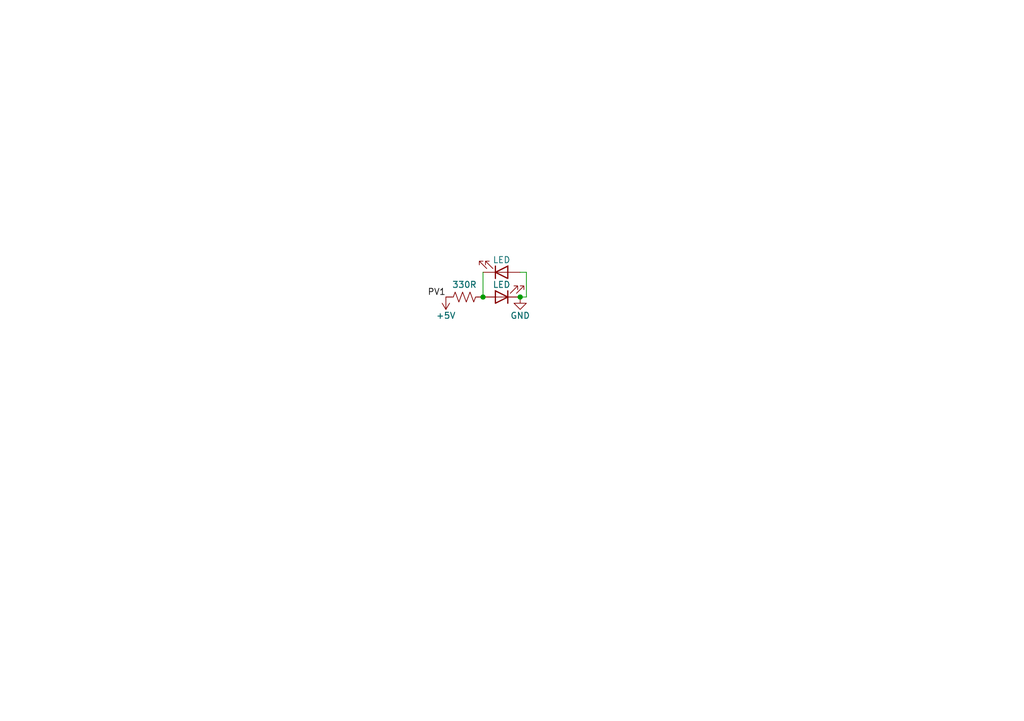
<source format=kicad_sch>
(kicad_sch (version 20211123) (generator eeschema)
  (paper "A5")
  (lib_symbols
    (symbol "Device:LED" (pin_numbers hide) (pin_names (offset 1.016) hide)
      (property "Reference" "D" (at 0 2.54 0))
      (property "Value" "LED" (at 0 -2.54 0))
      (symbol "LED_0_1"
        (polyline (pts (xy -1.27 -1.27) (xy -1.27 1.27)) (stroke (width 0.254)))
        (polyline (pts (xy -1.27 0) (xy 1.27 0)))
        (polyline (pts (xy 1.27 -1.27) (xy 1.27 1.27) (xy -1.27 0) (xy 1.27 -1.27)) (stroke (width 0.254)))
        (polyline (pts (xy -3.048 -0.762) (xy -4.572 -2.286) (xy -3.81 -2.286) (xy -4.572 -2.286) (xy -4.572 -1.524)))
        (polyline (pts (xy -1.778 -0.762) (xy -3.302 -2.286) (xy -2.54 -2.286) (xy -3.302 -2.286) (xy -3.302 -1.524)))
      )
      (symbol "LED_1_1"
        (pin passive line (at -3.81 0 0) (length 2.54) (name "K") (number "1"))
        (pin passive line (at 3.81 0 180) (length 2.54) (name "A") (number "2"))
      )
    )
    (symbol "Device:R_US" (pin_numbers hide) (pin_names (offset 0))
      (property "Reference" "R" (at 2.54 0 90))
      (property "Value" "R_US" (at -2.54 0 90))
      (symbol "R_US_0_1"
        (polyline (pts (xy 0 -2.286) (xy 0 -2.54)))
        (polyline (pts (xy 0 2.286) (xy 0 2.54)))
        (polyline (pts (xy 0 -0.762) (xy 1.016 -1.143) (xy 0 -1.524) (xy -1.016 -1.905) (xy 0 -2.286)))
        (polyline (pts (xy 0 0.762) (xy 1.016 0.381) (xy 0 0) (xy -1.016 -0.381) (xy 0 -0.762)))
        (polyline (pts (xy 0 2.286) (xy 1.016 1.905) (xy 0 1.524) (xy -1.016 1.143) (xy 0 0.762)))
      )
      (symbol "R_US_1_1"
        (pin passive line (at 0 3.81 270) (length 1.27) (name "~") (number "1"))
        (pin passive line (at 0 -3.81 90) (length 1.27) (name "~") (number "2"))
      )
    )
    (symbol "power:+5V" (power) (pin_names (offset 0))
      (property "Value" "+5V" (at 0 3.556 0))
      (symbol "+5V_0_1"
        (polyline (pts (xy -0.762 1.27) (xy 0 2.54)))
        (polyline (pts (xy 0 0) (xy 0 2.54)))
        (polyline (pts (xy 0 2.54) (xy 0.762 1.27)))
      )
      (symbol "+5V_1_1"
        (pin power_in line (at 0 0 90) (length 0) hide (name "+5V") (number "1"))
      )
    )
    (symbol "power:GND" (power) (pin_names (offset 0))
      (property "Value" "GND" (at 0 -3.81 0))
      (symbol "GND_0_1"
        (polyline (pts (xy 0 0) (xy 0 -1.27) (xy 1.27 -1.27) (xy 0 -2.54) (xy -1.27 -1.27) (xy 0 -1.27)))
      )
      (symbol "GND_1_1"
        (pin power_in line (at 0 0 270) (length 0) hide (name "GND") (number "1"))
      )
    )
  )
  (junction (at 99.06 60.96))
  (junction (at 106.68 60.96))
  (wire (pts (xy 99.06 55.88) (xy 99.06 60.96)))
  (wire (pts (xy 107.95 55.88) (xy 107.95 60.96)))
  (wire (pts (xy 107.95 55.88) (xy 106.68 55.88)))
  (wire (pts (xy 107.95 60.96) (xy 106.68 60.96)))
  (label "PV1" (at 91.44 60.96 180))
  (symbol (lib_id "power:+5V") (at 91.44 60.96 0) (mirror x) (unit 1)
    (property "Reference" "#PWR?" (effects hide))
    (property "Value" "+5V" (at 91.44 64.77 0))
  )
  (symbol (lib_id "Device:R_US") (at 95.25 60.96 90) (unit 1)
    (property "Reference" "R?" (effects hide))
    (property "Value" "330R" (at 95.25 58.42 90))
  )
  (symbol (lib_id "power:GND") (at 106.68 60.96 0) (unit 1)
    (property "Reference" "#PWR?" (effects hide))
    (property "Value" "GND" (at 106.68 64.77 0))
  )
  (symbol (lib_id "Device:LED") (at 102.87 60.96 180) (unit 1)
    (property "Reference" "D?" (effects hide))
    (property "Value" "LED" (at 102.87 58.42 0))
  )
  (symbol (lib_id "Device:LED") (at 102.87 55.88 0) (mirror x) (unit 1)
    (property "Reference" "D?" (effects hide))
    (property "Value" "LED" (at 102.87 53.34 0))
  )
)
</source>
